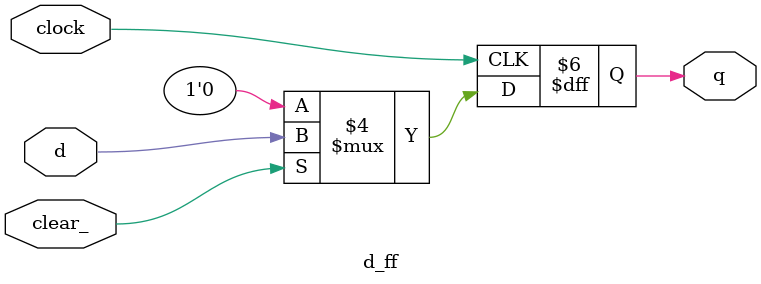
<source format=v>
module d_ff(q, d, clock, clear_);
	
	input d, clear_, clock;
	output q;
	reg q;
	
	always @ (posedge clock)
	begin
		if (!clear_)
			q <= 1'b0;
			
		else
			q <= d;
			
	end

endmodule
</source>
